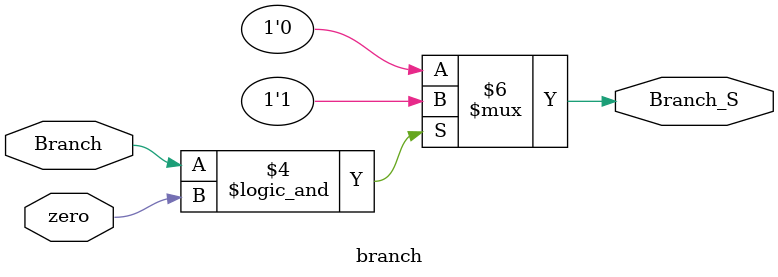
<source format=v>
module branch(
   Branch, zero, Branch_S
);
  input wire Branch, zero;
  output reg Branch_S;

always@(*) begin
    if (Branch == 1'b1 && zero == 1'b1) begin
      Branch_S = 1'b1;
    end 
    else begin
      Branch_S = 1'b0;
    end
end
endmodule


</source>
